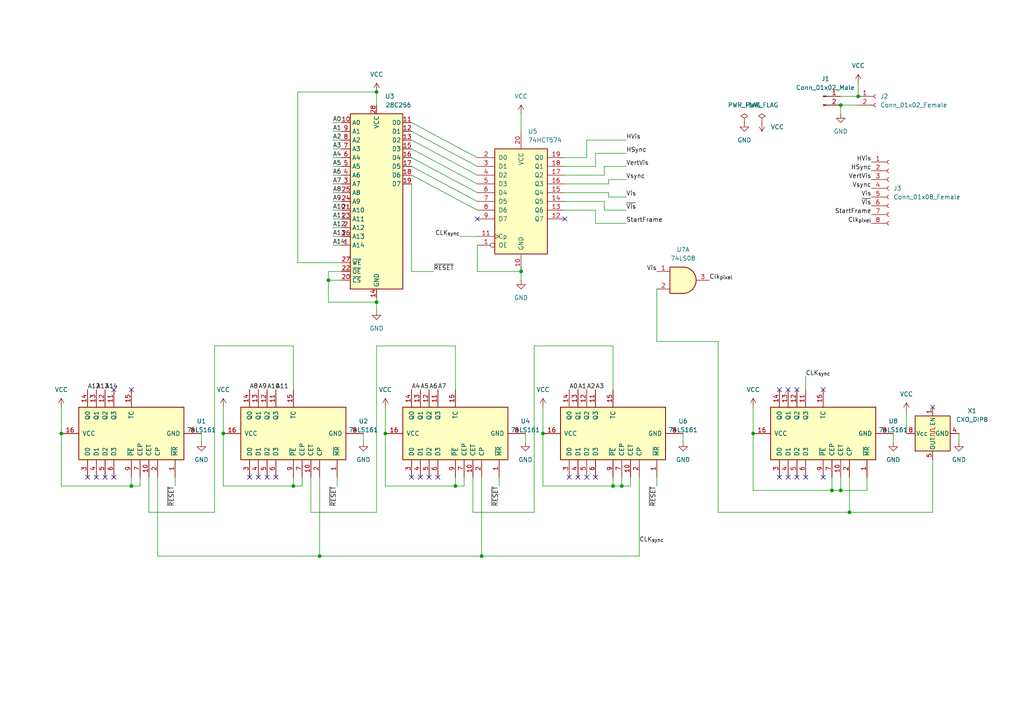
<source format=kicad_sch>
(kicad_sch (version 20211123) (generator eeschema)
  (paper "A4")
  (lib_symbols
    (symbol "74xx:74HCT574" (pin_names (offset 1.016))
      (property "Reference" "U" (at -7.62 16.51 0))
      (property "Value" "74HCT574" (at -7.62 -16.51 0))
      (symbol "74HCT574_1_0"
        (pin input inverted (at -12.7 -12.7 0) (length 5.08) (name "OE") (number "1"))
        (pin power_in line (at 0 -20.32 90) (length 5.08) (name "GND") (number "10"))
        (pin input clock (at -12.7 -10.16 0) (length 5.08) (name "Cp") (number "11"))
        (pin tri_state line (at 12.7 -5.08 180) (length 5.08) (name "Q7") (number "12"))
        (pin tri_state line (at 12.7 -2.54 180) (length 5.08) (name "Q6") (number "13"))
        (pin tri_state line (at 12.7 0 180) (length 5.08) (name "Q5") (number "14"))
        (pin tri_state line (at 12.7 2.54 180) (length 5.08) (name "Q4") (number "15"))
        (pin tri_state line (at 12.7 5.08 180) (length 5.08) (name "Q3") (number "16"))
        (pin tri_state line (at 12.7 7.62 180) (length 5.08) (name "Q2") (number "17"))
        (pin tri_state line (at 12.7 10.16 180) (length 5.08) (name "Q1") (number "18"))
        (pin tri_state line (at 12.7 12.7 180) (length 5.08) (name "Q0") (number "19"))
        (pin input line (at -12.7 12.7 0) (length 5.08) (name "D0") (number "2"))
        (pin power_in line (at 0 20.32 270) (length 5.08) (name "VCC") (number "20"))
        (pin input line (at -12.7 10.16 0) (length 5.08) (name "D1") (number "3"))
        (pin input line (at -12.7 7.62 0) (length 5.08) (name "D2") (number "4"))
        (pin input line (at -12.7 5.08 0) (length 5.08) (name "D3") (number "5"))
        (pin input line (at -12.7 2.54 0) (length 5.08) (name "D4") (number "6"))
        (pin input line (at -12.7 0 0) (length 5.08) (name "D5") (number "7"))
        (pin input line (at -12.7 -2.54 0) (length 5.08) (name "D6") (number "8"))
        (pin input line (at -12.7 -5.08 0) (length 5.08) (name "D7") (number "9"))
      )
      (symbol "74HCT574_1_1"
        (rectangle (start -7.62 15.24) (end 7.62 -15.24) (stroke (width 0.254)) (fill (type background)))
      )
    )
    (symbol "74xx:74LS08" (pin_names (offset 1.016))
      (property "Reference" "U" (at 0 1.27 0))
      (property "Value" "74LS08" (at 0 -1.27 0))
      (symbol "74LS08_1_1"
        (arc (start 0 -3.81) (mid 3.81 0) (end 0 3.81) (stroke (width 0.254)) (fill (type background)))
        (polyline (pts (xy 0 3.81) (xy -3.81 3.81) (xy -3.81 -3.81) (xy 0 -3.81)) (stroke (width 0.254)) (fill (type background)))
        (pin input line (at -7.62 2.54 0) (length 3.81) (name "~") (number "1"))
        (pin input line (at -7.62 -2.54 0) (length 3.81) (name "~") (number "2"))
        (pin output line (at 7.62 0 180) (length 3.81) (name "~") (number "3"))
      )
      (symbol "74LS08_1_2"
        (arc (start -3.81 -3.81) (mid -2.589 0) (end -3.81 3.81) (stroke (width 0.254)))
        (arc (start -0.6096 -3.81) (mid 2.1855 -2.584) (end 3.81 0) (stroke (width 0.254)) (fill (type background)))
        (polyline (pts (xy -3.81 -3.81) (xy -0.635 -3.81)) (stroke (width 0.254)) (fill (type background)))
        (polyline (pts (xy -3.81 3.81) (xy -0.635 3.81)) (stroke (width 0.254)) (fill (type background)))
        (polyline (pts (xy -0.635 3.81) (xy -3.81 3.81) (xy -3.81 3.81) (xy -3.556 3.4036) (xy -3.0226 2.2606) (xy -2.6924 1.0414) (xy -2.6162 -0.254) (xy -2.7686 -1.4986) (xy -3.175 -2.7178) (xy -3.81 -3.81) (xy -3.81 -3.81) (xy -0.635 -3.81)) (stroke (width -25.4)) (fill (type background)))
        (arc (start 3.81 0) (mid 2.1928 2.5925) (end -0.6096 3.81) (stroke (width 0.254)) (fill (type background)))
        (pin input inverted (at -7.62 2.54 0) (length 4.318) (name "~") (number "1"))
        (pin input inverted (at -7.62 -2.54 0) (length 4.318) (name "~") (number "2"))
        (pin output inverted (at 7.62 0 180) (length 3.81) (name "~") (number "3"))
      )
      (symbol "74LS08_2_1"
        (arc (start 0 -3.81) (mid 3.81 0) (end 0 3.81) (stroke (width 0.254)) (fill (type background)))
        (polyline (pts (xy 0 3.81) (xy -3.81 3.81) (xy -3.81 -3.81) (xy 0 -3.81)) (stroke (width 0.254)) (fill (type background)))
        (pin input line (at -7.62 2.54 0) (length 3.81) (name "~") (number "4"))
        (pin input line (at -7.62 -2.54 0) (length 3.81) (name "~") (number "5"))
        (pin output line (at 7.62 0 180) (length 3.81) (name "~") (number "6"))
      )
      (symbol "74LS08_2_2"
        (arc (start -3.81 -3.81) (mid -2.589 0) (end -3.81 3.81) (stroke (width 0.254)))
        (arc (start -0.6096 -3.81) (mid 2.1855 -2.584) (end 3.81 0) (stroke (width 0.254)) (fill (type background)))
        (polyline (pts (xy -3.81 -3.81) (xy -0.635 -3.81)) (stroke (width 0.254)) (fill (type background)))
        (polyline (pts (xy -3.81 3.81) (xy -0.635 3.81)) (stroke (width 0.254)) (fill (type background)))
        (polyline (pts (xy -0.635 3.81) (xy -3.81 3.81) (xy -3.81 3.81) (xy -3.556 3.4036) (xy -3.0226 2.2606) (xy -2.6924 1.0414) (xy -2.6162 -0.254) (xy -2.7686 -1.4986) (xy -3.175 -2.7178) (xy -3.81 -3.81) (xy -3.81 -3.81) (xy -0.635 -3.81)) (stroke (width -25.4)) (fill (type background)))
        (arc (start 3.81 0) (mid 2.1928 2.5925) (end -0.6096 3.81) (stroke (width 0.254)) (fill (type background)))
        (pin input inverted (at -7.62 2.54 0) (length 4.318) (name "~") (number "4"))
        (pin input inverted (at -7.62 -2.54 0) (length 4.318) (name "~") (number "5"))
        (pin output inverted (at 7.62 0 180) (length 3.81) (name "~") (number "6"))
      )
      (symbol "74LS08_3_1"
        (arc (start 0 -3.81) (mid 3.81 0) (end 0 3.81) (stroke (width 0.254)) (fill (type background)))
        (polyline (pts (xy 0 3.81) (xy -3.81 3.81) (xy -3.81 -3.81) (xy 0 -3.81)) (stroke (width 0.254)) (fill (type background)))
        (pin input line (at -7.62 -2.54 0) (length 3.81) (name "~") (number "10"))
        (pin output line (at 7.62 0 180) (length 3.81) (name "~") (number "8"))
        (pin input line (at -7.62 2.54 0) (length 3.81) (name "~") (number "9"))
      )
      (symbol "74LS08_3_2"
        (arc (start -3.81 -3.81) (mid -2.589 0) (end -3.81 3.81) (stroke (width 0.254)))
        (arc (start -0.6096 -3.81) (mid 2.1855 -2.584) (end 3.81 0) (stroke (width 0.254)) (fill (type background)))
        (polyline (pts (xy -3.81 -3.81) (xy -0.635 -3.81)) (stroke (width 0.254)) (fill (type background)))
        (polyline (pts (xy -3.81 3.81) (xy -0.635 3.81)) (stroke (width 0.254)) (fill (type background)))
        (polyline (pts (xy -0.635 3.81) (xy -3.81 3.81) (xy -3.81 3.81) (xy -3.556 3.4036) (xy -3.0226 2.2606) (xy -2.6924 1.0414) (xy -2.6162 -0.254) (xy -2.7686 -1.4986) (xy -3.175 -2.7178) (xy -3.81 -3.81) (xy -3.81 -3.81) (xy -0.635 -3.81)) (stroke (width -25.4)) (fill (type background)))
        (arc (start 3.81 0) (mid 2.1928 2.5925) (end -0.6096 3.81) (stroke (width 0.254)) (fill (type background)))
        (pin input inverted (at -7.62 -2.54 0) (length 4.318) (name "~") (number "10"))
        (pin output inverted (at 7.62 0 180) (length 3.81) (name "~") (number "8"))
        (pin input inverted (at -7.62 2.54 0) (length 4.318) (name "~") (number "9"))
      )
      (symbol "74LS08_4_1"
        (arc (start 0 -3.81) (mid 3.81 0) (end 0 3.81) (stroke (width 0.254)) (fill (type background)))
        (polyline (pts (xy 0 3.81) (xy -3.81 3.81) (xy -3.81 -3.81) (xy 0 -3.81)) (stroke (width 0.254)) (fill (type background)))
        (pin output line (at 7.62 0 180) (length 3.81) (name "~") (number "11"))
        (pin input line (at -7.62 2.54 0) (length 3.81) (name "~") (number "12"))
        (pin input line (at -7.62 -2.54 0) (length 3.81) (name "~") (number "13"))
      )
      (symbol "74LS08_4_2"
        (arc (start -3.81 -3.81) (mid -2.589 0) (end -3.81 3.81) (stroke (width 0.254)))
        (arc (start -0.6096 -3.81) (mid 2.1855 -2.584) (end 3.81 0) (stroke (width 0.254)) (fill (type background)))
        (polyline (pts (xy -3.81 -3.81) (xy -0.635 -3.81)) (stroke (width 0.254)) (fill (type background)))
        (polyline (pts (xy -3.81 3.81) (xy -0.635 3.81)) (stroke (width 0.254)) (fill (type background)))
        (polyline (pts (xy -0.635 3.81) (xy -3.81 3.81) (xy -3.81 3.81) (xy -3.556 3.4036) (xy -3.0226 2.2606) (xy -2.6924 1.0414) (xy -2.6162 -0.254) (xy -2.7686 -1.4986) (xy -3.175 -2.7178) (xy -3.81 -3.81) (xy -3.81 -3.81) (xy -0.635 -3.81)) (stroke (width -25.4)) (fill (type background)))
        (arc (start 3.81 0) (mid 2.1928 2.5925) (end -0.6096 3.81) (stroke (width 0.254)) (fill (type background)))
        (pin output inverted (at 7.62 0 180) (length 3.81) (name "~") (number "11"))
        (pin input inverted (at -7.62 2.54 0) (length 4.318) (name "~") (number "12"))
        (pin input inverted (at -7.62 -2.54 0) (length 4.318) (name "~") (number "13"))
      )
      (symbol "74LS08_5_0"
        (pin power_in line (at 0 12.7 270) (length 5.08) (name "VCC") (number "14"))
        (pin power_in line (at 0 -12.7 90) (length 5.08) (name "GND") (number "7"))
      )
      (symbol "74LS08_5_1"
        (rectangle (start -5.08 7.62) (end 5.08 -7.62) (stroke (width 0.254)) (fill (type background)))
      )
    )
    (symbol "74xx:74LS161" (pin_names (offset 1.016))
      (property "Reference" "U" (at -7.62 16.51 0))
      (property "Value" "74LS161" (at -7.62 -16.51 0))
      (symbol "74LS161_1_0"
        (pin input line (at -12.7 -12.7 0) (length 5.08) (name "~{MR}") (number "1"))
        (pin input line (at -12.7 -5.08 0) (length 5.08) (name "CET") (number "10"))
        (pin output line (at 12.7 5.08 180) (length 5.08) (name "Q3") (number "11"))
        (pin output line (at 12.7 7.62 180) (length 5.08) (name "Q2") (number "12"))
        (pin output line (at 12.7 10.16 180) (length 5.08) (name "Q1") (number "13"))
        (pin output line (at 12.7 12.7 180) (length 5.08) (name "Q0") (number "14"))
        (pin output line (at 12.7 0 180) (length 5.08) (name "TC") (number "15"))
        (pin power_in line (at 0 20.32 270) (length 5.08) (name "VCC") (number "16"))
        (pin input line (at -12.7 -7.62 0) (length 5.08) (name "CP") (number "2"))
        (pin input line (at -12.7 12.7 0) (length 5.08) (name "D0") (number "3"))
        (pin input line (at -12.7 10.16 0) (length 5.08) (name "D1") (number "4"))
        (pin input line (at -12.7 7.62 0) (length 5.08) (name "D2") (number "5"))
        (pin input line (at -12.7 5.08 0) (length 5.08) (name "D3") (number "6"))
        (pin input line (at -12.7 -2.54 0) (length 5.08) (name "CEP") (number "7"))
        (pin power_in line (at 0 -20.32 90) (length 5.08) (name "GND") (number "8"))
        (pin input line (at -12.7 0 0) (length 5.08) (name "~{PE}") (number "9"))
      )
      (symbol "74LS161_1_1"
        (rectangle (start -7.62 15.24) (end 7.62 -15.24) (stroke (width 0.254)) (fill (type background)))
      )
    )
    (symbol "Connector:Conn_01x02_Female" (pin_names (offset 1.016) hide)
      (property "Reference" "J" (at 0 2.54 0))
      (property "Value" "Conn_01x02_Female" (at 0 -5.08 0))
      (symbol "Conn_01x02_Female_1_1"
        (arc (start 0 -2.032) (mid -0.508 -2.54) (end 0 -3.048) (stroke (width 0.1524)))
        (polyline (pts (xy -1.27 -2.54) (xy -0.508 -2.54)) (stroke (width 0.1524)))
        (polyline (pts (xy -1.27 0) (xy -0.508 0)) (stroke (width 0.1524)))
        (arc (start 0 0.508) (mid -0.508 0) (end 0 -0.508) (stroke (width 0.1524)))
        (pin passive line (at -5.08 0 0) (length 3.81) (name "Pin_1") (number "1"))
        (pin passive line (at -5.08 -2.54 0) (length 3.81) (name "Pin_2") (number "2"))
      )
    )
    (symbol "Connector:Conn_01x02_Male" (pin_names (offset 1.016) hide)
      (property "Reference" "J" (at 0 2.54 0))
      (property "Value" "Conn_01x02_Male" (at 0 -5.08 0))
      (symbol "Conn_01x02_Male_1_1"
        (polyline (pts (xy 1.27 -2.54) (xy 0.8636 -2.54)) (stroke (width 0.1524)))
        (polyline (pts (xy 1.27 0) (xy 0.8636 0)) (stroke (width 0.1524)))
        (rectangle (start 0.8636 -2.413) (end 0 -2.667) (stroke (width 0.1524)) (fill (type outline)))
        (rectangle (start 0.8636 0.127) (end 0 -0.127) (stroke (width 0.1524)) (fill (type outline)))
        (pin passive line (at 5.08 0 180) (length 3.81) (name "Pin_1") (number "1"))
        (pin passive line (at 5.08 -2.54 180) (length 3.81) (name "Pin_2") (number "2"))
      )
    )
    (symbol "Connector:Conn_01x08_Female" (pin_names (offset 1.016) hide)
      (property "Reference" "J" (at 0 10.16 0))
      (property "Value" "Conn_01x08_Female" (at 0 -12.7 0))
      (symbol "Conn_01x08_Female_1_1"
        (arc (start 0 -9.652) (mid -0.508 -10.16) (end 0 -10.668) (stroke (width 0.1524)))
        (arc (start 0 -7.112) (mid -0.508 -7.62) (end 0 -8.128) (stroke (width 0.1524)))
        (arc (start 0 -4.572) (mid -0.508 -5.08) (end 0 -5.588) (stroke (width 0.1524)))
        (arc (start 0 -2.032) (mid -0.508 -2.54) (end 0 -3.048) (stroke (width 0.1524)))
        (polyline (pts (xy -1.27 -10.16) (xy -0.508 -10.16)) (stroke (width 0.1524)))
        (polyline (pts (xy -1.27 -7.62) (xy -0.508 -7.62)) (stroke (width 0.1524)))
        (polyline (pts (xy -1.27 -5.08) (xy -0.508 -5.08)) (stroke (width 0.1524)))
        (polyline (pts (xy -1.27 -2.54) (xy -0.508 -2.54)) (stroke (width 0.1524)))
        (polyline (pts (xy -1.27 0) (xy -0.508 0)) (stroke (width 0.1524)))
        (polyline (pts (xy -1.27 2.54) (xy -0.508 2.54)) (stroke (width 0.1524)))
        (polyline (pts (xy -1.27 5.08) (xy -0.508 5.08)) (stroke (width 0.1524)))
        (polyline (pts (xy -1.27 7.62) (xy -0.508 7.62)) (stroke (width 0.1524)))
        (arc (start 0 0.508) (mid -0.508 0) (end 0 -0.508) (stroke (width 0.1524)))
        (arc (start 0 3.048) (mid -0.508 2.54) (end 0 2.032) (stroke (width 0.1524)))
        (arc (start 0 5.588) (mid -0.508 5.08) (end 0 4.572) (stroke (width 0.1524)))
        (arc (start 0 8.128) (mid -0.508 7.62) (end 0 7.112) (stroke (width 0.1524)))
        (pin passive line (at -5.08 7.62 0) (length 3.81) (name "Pin_1") (number "1"))
        (pin passive line (at -5.08 5.08 0) (length 3.81) (name "Pin_2") (number "2"))
        (pin passive line (at -5.08 2.54 0) (length 3.81) (name "Pin_3") (number "3"))
        (pin passive line (at -5.08 0 0) (length 3.81) (name "Pin_4") (number "4"))
        (pin passive line (at -5.08 -2.54 0) (length 3.81) (name "Pin_5") (number "5"))
        (pin passive line (at -5.08 -5.08 0) (length 3.81) (name "Pin_6") (number "6"))
        (pin passive line (at -5.08 -7.62 0) (length 3.81) (name "Pin_7") (number "7"))
        (pin passive line (at -5.08 -10.16 0) (length 3.81) (name "Pin_8") (number "8"))
      )
    )
    (symbol "Memory_EEPROM:28C256"
      (property "Reference" "U" (at -7.62 26.67 0))
      (property "Value" "28C256" (at 2.54 -26.67 0))
      (symbol "28C256_1_1"
        (rectangle (start -7.62 25.4) (end 7.62 -25.4) (stroke (width 0.254)) (fill (type background)))
        (pin input line (at -10.16 -12.7 0) (length 2.54) (name "A14") (number "1"))
        (pin input line (at -10.16 22.86 0) (length 2.54) (name "A0") (number "10"))
        (pin tri_state line (at 10.16 22.86 180) (length 2.54) (name "D0") (number "11"))
        (pin tri_state line (at 10.16 20.32 180) (length 2.54) (name "D1") (number "12"))
        (pin tri_state line (at 10.16 17.78 180) (length 2.54) (name "D2") (number "13"))
        (pin power_in line (at 0 -27.94 90) (length 2.54) (name "GND") (number "14"))
        (pin tri_state line (at 10.16 15.24 180) (length 2.54) (name "D3") (number "15"))
        (pin tri_state line (at 10.16 12.7 180) (length 2.54) (name "D4") (number "16"))
        (pin tri_state line (at 10.16 10.16 180) (length 2.54) (name "D5") (number "17"))
        (pin tri_state line (at 10.16 7.62 180) (length 2.54) (name "D6") (number "18"))
        (pin tri_state line (at 10.16 5.08 180) (length 2.54) (name "D7") (number "19"))
        (pin input line (at -10.16 -7.62 0) (length 2.54) (name "A12") (number "2"))
        (pin input line (at -10.16 -22.86 0) (length 2.54) (name "~{CS}") (number "20"))
        (pin input line (at -10.16 -2.54 0) (length 2.54) (name "A10") (number "21"))
        (pin input line (at -10.16 -20.32 0) (length 2.54) (name "~{OE}") (number "22"))
        (pin input line (at -10.16 -5.08 0) (length 2.54) (name "A11") (number "23"))
        (pin input line (at -10.16 0 0) (length 2.54) (name "A9") (number "24"))
        (pin input line (at -10.16 2.54 0) (length 2.54) (name "A8") (number "25"))
        (pin input line (at -10.16 -10.16 0) (length 2.54) (name "A13") (number "26"))
        (pin input line (at -10.16 -17.78 0) (length 2.54) (name "~{WE}") (number "27"))
        (pin power_in line (at 0 27.94 270) (length 2.54) (name "VCC") (number "28"))
        (pin input line (at -10.16 5.08 0) (length 2.54) (name "A7") (number "3"))
        (pin input line (at -10.16 7.62 0) (length 2.54) (name "A6") (number "4"))
        (pin input line (at -10.16 10.16 0) (length 2.54) (name "A5") (number "5"))
        (pin input line (at -10.16 12.7 0) (length 2.54) (name "A4") (number "6"))
        (pin input line (at -10.16 15.24 0) (length 2.54) (name "A3") (number "7"))
        (pin input line (at -10.16 17.78 0) (length 2.54) (name "A2") (number "8"))
        (pin input line (at -10.16 20.32 0) (length 2.54) (name "A1") (number "9"))
      )
    )
    (symbol "Oscillator:CXO_DIP8" (pin_names (offset 0.254))
      (property "Reference" "X" (at -5.08 6.35 0))
      (property "Value" "CXO_DIP8" (at 1.27 -6.35 0))
      (symbol "CXO_DIP8_0_1"
        (rectangle (start -5.08 5.08) (end 5.08 -5.08) (stroke (width 0.254)) (fill (type background)))
        (polyline (pts (xy -1.905 -0.635) (xy -1.27 -0.635) (xy -1.27 0.635) (xy -0.635 0.635) (xy -0.635 -0.635) (xy 0 -0.635) (xy 0 0.635) (xy 0.635 0.635) (xy 0.635 -0.635)))
      )
      (symbol "CXO_DIP8_1_1"
        (pin input line (at -7.62 0 0) (length 2.54) (name "EN") (number "1"))
        (pin power_in line (at 0 -7.62 90) (length 2.54) (name "GND") (number "4"))
        (pin output line (at 7.62 0 180) (length 2.54) (name "OUT") (number "5"))
        (pin power_in line (at 0 7.62 270) (length 2.54) (name "Vcc") (number "8"))
      )
    )
    (symbol "power:GND" (power) (pin_names (offset 0))
      (property "Value" "GND" (at 0 -3.81 0))
      (symbol "GND_0_1"
        (polyline (pts (xy 0 0) (xy 0 -1.27) (xy 1.27 -1.27) (xy 0 -2.54) (xy -1.27 -1.27) (xy 0 -1.27)))
      )
      (symbol "GND_1_1"
        (pin power_in line (at 0 0 270) (length 0) hide (name "GND") (number "1"))
      )
    )
    (symbol "power:PWR_FLAG" (power) (pin_numbers hide) (pin_names (offset 0) hide)
      (property "Value" "PWR_FLAG" (at 0 3.81 0))
      (symbol "PWR_FLAG_0_0"
        (pin power_out line (at 0 0 90) (length 0) (name "pwr") (number "1"))
      )
      (symbol "PWR_FLAG_0_1"
        (polyline (pts (xy 0 0) (xy 0 1.27) (xy -1.016 1.905) (xy 0 2.54) (xy 1.016 1.905) (xy 0 1.27)))
      )
    )
    (symbol "power:VCC" (power) (pin_names (offset 0))
      (property "Value" "VCC" (at 0 3.81 0))
      (symbol "VCC_0_1"
        (polyline (pts (xy -0.762 1.27) (xy 0 2.54)))
        (polyline (pts (xy 0 0) (xy 0 2.54)))
        (polyline (pts (xy 0 2.54) (xy 0.762 1.27)))
      )
      (symbol "VCC_1_1"
        (pin power_in line (at 0 0 90) (length 0) hide (name "VCC") (number "1"))
      )
    )
  )
  (junction (at 248.92 27.94))
  (junction (at 85.09 140.97))
  (junction (at 218.44 125.73))
  (junction (at 241.3 142.24))
  (junction (at 246.38 148.59))
  (junction (at 243.84 142.24))
  (junction (at 180.34 140.97))
  (junction (at 64.77 125.73))
  (junction (at 151.13 78.74))
  (junction (at 92.71 161.29))
  (junction (at 109.22 87.63))
  (junction (at 132.08 140.97))
  (junction (at 38.1 140.97))
  (junction (at 95.25 81.28))
  (junction (at 111.76 125.73))
  (junction (at 17.78 125.73))
  (junction (at 177.8 140.97))
  (junction (at 109.22 26.67))
  (junction (at 243.84 30.48))
  (junction (at 157.48 125.73))
  (junction (at 139.7 161.29))
  (no_connect (at 77.47 138.43))
  (no_connect (at 172.72 138.43))
  (no_connect (at 233.68 138.43))
  (no_connect (at 25.4 138.43))
  (no_connect (at 80.01 138.43))
  (no_connect (at 238.76 138.43))
  (no_connect (at 231.14 113.03))
  (no_connect (at 165.1 138.43))
  (no_connect (at 33.02 113.03))
  (no_connect (at 270.51 118.11))
  (no_connect (at 119.38 138.43))
  (no_connect (at 228.6 113.03))
  (no_connect (at 38.1 113.03))
  (no_connect (at 231.14 138.43))
  (no_connect (at 72.39 138.43))
  (no_connect (at 27.94 138.43))
  (no_connect (at 167.64 138.43))
  (no_connect (at 226.06 113.03))
  (no_connect (at 138.43 63.5))
  (no_connect (at 74.93 138.43))
  (no_connect (at 226.06 138.43))
  (no_connect (at 124.46 138.43))
  (no_connect (at 238.76 113.03))
  (no_connect (at 163.83 63.5))
  (no_connect (at 30.48 138.43))
  (no_connect (at 121.92 138.43))
  (no_connect (at 33.02 138.43))
  (no_connect (at 170.18 138.43))
  (no_connect (at 228.6 138.43))
  (no_connect (at 127 138.43))
  (wire (pts (xy 97.79 138.43) (xy 97.79 140.97)))
  (wire (pts (xy 243.84 142.24) (xy 251.46 142.24)))
  (wire (pts (xy 163.83 45.72) (xy 170.18 45.72)))
  (wire (pts (xy 90.17 148.59) (xy 90.17 138.43)))
  (wire (pts (xy 99.06 78.74) (xy 95.25 78.74)))
  (wire (pts (xy 208.28 99.06) (xy 190.5 99.06)))
  (wire (pts (xy 190.5 138.43) (xy 190.5 140.97)))
  (wire (pts (xy 96.52 35.56) (xy 99.06 35.56)))
  (wire (pts (xy 87.63 140.97) (xy 87.63 138.43)))
  (wire (pts (xy 137.16 148.59) (xy 137.16 138.43)))
  (wire (pts (xy 248.92 24.13) (xy 248.92 27.94)))
  (wire (pts (xy 99.06 76.2) (xy 86.36 76.2)))
  (wire (pts (xy 109.22 86.36) (xy 109.22 87.63)))
  (wire (pts (xy 163.83 60.96) (xy 172.72 60.96)))
  (wire (pts (xy 17.78 140.97) (xy 38.1 140.97)))
  (wire (pts (xy 163.83 53.34) (xy 176.53 53.34)))
  (wire (pts (xy 105.41 125.73) (xy 105.41 128.27)))
  (wire (pts (xy 262.89 119.38) (xy 262.89 125.73)))
  (wire (pts (xy 163.83 58.42) (xy 175.26 58.42)))
  (wire (pts (xy 132.08 100.33) (xy 109.22 100.33)))
  (wire (pts (xy 96.52 48.26) (xy 99.06 48.26)))
  (wire (pts (xy 85.09 113.03) (xy 85.09 100.33)))
  (wire (pts (xy 119.38 45.72) (xy 138.43 55.88)))
  (wire (pts (xy 151.13 78.74) (xy 151.13 81.28)))
  (wire (pts (xy 138.43 71.12) (xy 138.43 78.74)))
  (wire (pts (xy 177.8 113.03) (xy 177.8 100.33)))
  (wire (pts (xy 96.52 60.96) (xy 99.06 60.96)))
  (wire (pts (xy 175.26 60.96) (xy 181.61 60.96)))
  (wire (pts (xy 62.23 100.33) (xy 62.23 148.59)))
  (wire (pts (xy 64.77 140.97) (xy 85.09 140.97)))
  (wire (pts (xy 251.46 142.24) (xy 251.46 138.43)))
  (wire (pts (xy 17.78 125.73) (xy 17.78 140.97)))
  (wire (pts (xy 278.13 125.73) (xy 278.13 128.27)))
  (wire (pts (xy 163.83 50.8) (xy 175.26 50.8)))
  (wire (pts (xy 86.36 26.67) (xy 109.22 26.67)))
  (wire (pts (xy 50.8 138.43) (xy 50.8 140.97)))
  (wire (pts (xy 177.8 138.43) (xy 177.8 140.97)))
  (wire (pts (xy 175.26 48.26) (xy 181.61 48.26)))
  (wire (pts (xy 157.48 140.97) (xy 177.8 140.97)))
  (wire (pts (xy 133.35 68.58) (xy 138.43 68.58)))
  (wire (pts (xy 170.18 45.72) (xy 170.18 40.64)))
  (wire (pts (xy 180.34 140.97) (xy 182.88 140.97)))
  (wire (pts (xy 176.53 57.15) (xy 181.61 57.15)))
  (wire (pts (xy 95.25 81.28) (xy 99.06 81.28)))
  (wire (pts (xy 86.36 76.2) (xy 86.36 26.67)))
  (wire (pts (xy 96.52 53.34) (xy 99.06 53.34)))
  (wire (pts (xy 64.77 125.73) (xy 64.77 140.97)))
  (wire (pts (xy 241.3 142.24) (xy 243.84 142.24)))
  (wire (pts (xy 96.52 40.64) (xy 99.06 40.64)))
  (wire (pts (xy 139.7 138.43) (xy 139.7 161.29)))
  (wire (pts (xy 218.44 142.24) (xy 241.3 142.24)))
  (wire (pts (xy 64.77 118.11) (xy 64.77 125.73)))
  (wire (pts (xy 139.7 161.29) (xy 92.71 161.29)))
  (wire (pts (xy 119.38 40.64) (xy 138.43 50.8)))
  (wire (pts (xy 157.48 125.73) (xy 157.48 140.97)))
  (wire (pts (xy 40.64 140.97) (xy 40.64 138.43)))
  (wire (pts (xy 182.88 138.43) (xy 182.88 140.97)))
  (wire (pts (xy 138.43 78.74) (xy 151.13 78.74)))
  (wire (pts (xy 175.26 58.42) (xy 175.26 60.96)))
  (wire (pts (xy 185.42 161.29) (xy 139.7 161.29)))
  (wire (pts (xy 233.68 109.22) (xy 233.68 113.03)))
  (wire (pts (xy 96.52 55.88) (xy 99.06 55.88)))
  (wire (pts (xy 119.38 43.18) (xy 138.43 53.34)))
  (wire (pts (xy 208.28 148.59) (xy 208.28 99.06)))
  (wire (pts (xy 246.38 148.59) (xy 246.38 138.43)))
  (wire (pts (xy 144.78 138.43) (xy 144.78 140.97)))
  (wire (pts (xy 243.84 30.48) (xy 248.92 30.48)))
  (wire (pts (xy 151.13 33.02) (xy 151.13 38.1)))
  (wire (pts (xy 58.42 125.73) (xy 58.42 128.27)))
  (wire (pts (xy 96.52 50.8) (xy 99.06 50.8)))
  (wire (pts (xy 111.76 140.97) (xy 132.08 140.97)))
  (wire (pts (xy 270.51 133.35) (xy 270.51 148.59)))
  (wire (pts (xy 92.71 138.43) (xy 92.71 161.29)))
  (wire (pts (xy 38.1 138.43) (xy 38.1 140.97)))
  (wire (pts (xy 170.18 40.64) (xy 181.61 40.64)))
  (wire (pts (xy 243.84 138.43) (xy 243.84 142.24)))
  (wire (pts (xy 119.38 38.1) (xy 138.43 48.26)))
  (wire (pts (xy 119.38 50.8) (xy 138.43 60.96)))
  (wire (pts (xy 62.23 148.59) (xy 43.18 148.59)))
  (wire (pts (xy 218.44 118.11) (xy 218.44 125.73)))
  (wire (pts (xy 109.22 26.67) (xy 109.22 30.48)))
  (wire (pts (xy 119.38 53.34) (xy 119.38 78.74)))
  (wire (pts (xy 154.94 100.33) (xy 154.94 148.59)))
  (wire (pts (xy 243.84 30.48) (xy 243.84 33.02)))
  (wire (pts (xy 198.12 125.73) (xy 198.12 128.27)))
  (wire (pts (xy 95.25 81.28) (xy 95.25 87.63)))
  (wire (pts (xy 96.52 71.12) (xy 99.06 71.12)))
  (wire (pts (xy 172.72 48.26) (xy 172.72 44.45)))
  (wire (pts (xy 190.5 99.06) (xy 190.5 83.82)))
  (wire (pts (xy 45.72 161.29) (xy 45.72 138.43)))
  (wire (pts (xy 176.53 55.88) (xy 176.53 57.15)))
  (wire (pts (xy 177.8 100.33) (xy 154.94 100.33)))
  (wire (pts (xy 111.76 118.11) (xy 111.76 125.73)))
  (wire (pts (xy 92.71 161.29) (xy 45.72 161.29)))
  (wire (pts (xy 172.72 60.96) (xy 172.72 64.77)))
  (wire (pts (xy 96.52 38.1) (xy 99.06 38.1)))
  (wire (pts (xy 151.13 77.47) (xy 151.13 78.74)))
  (wire (pts (xy 246.38 148.59) (xy 208.28 148.59)))
  (wire (pts (xy 85.09 100.33) (xy 62.23 100.33)))
  (wire (pts (xy 259.08 125.73) (xy 259.08 128.27)))
  (wire (pts (xy 218.44 125.73) (xy 218.44 142.24)))
  (wire (pts (xy 243.84 27.94) (xy 248.92 27.94)))
  (wire (pts (xy 111.76 125.73) (xy 111.76 140.97)))
  (wire (pts (xy 95.25 87.63) (xy 109.22 87.63)))
  (wire (pts (xy 175.26 50.8) (xy 175.26 48.26)))
  (wire (pts (xy 119.38 48.26) (xy 138.43 58.42)))
  (wire (pts (xy 176.53 52.07) (xy 181.61 52.07)))
  (wire (pts (xy 185.42 138.43) (xy 185.42 161.29)))
  (wire (pts (xy 177.8 140.97) (xy 180.34 140.97)))
  (wire (pts (xy 85.09 138.43) (xy 85.09 140.97)))
  (wire (pts (xy 85.09 140.97) (xy 87.63 140.97)))
  (wire (pts (xy 96.52 68.58) (xy 99.06 68.58)))
  (wire (pts (xy 119.38 78.74) (xy 125.73 78.74)))
  (wire (pts (xy 96.52 43.18) (xy 99.06 43.18)))
  (wire (pts (xy 96.52 63.5) (xy 99.06 63.5)))
  (wire (pts (xy 96.52 66.04) (xy 99.06 66.04)))
  (wire (pts (xy 109.22 148.59) (xy 90.17 148.59)))
  (wire (pts (xy 172.72 44.45) (xy 181.61 44.45)))
  (wire (pts (xy 119.38 35.56) (xy 138.43 45.72)))
  (wire (pts (xy 134.62 140.97) (xy 134.62 138.43)))
  (wire (pts (xy 96.52 45.72) (xy 99.06 45.72)))
  (wire (pts (xy 132.08 113.03) (xy 132.08 100.33)))
  (wire (pts (xy 17.78 118.11) (xy 17.78 125.73)))
  (wire (pts (xy 132.08 138.43) (xy 132.08 140.97)))
  (wire (pts (xy 109.22 100.33) (xy 109.22 148.59)))
  (wire (pts (xy 95.25 78.74) (xy 95.25 81.28)))
  (wire (pts (xy 43.18 148.59) (xy 43.18 138.43)))
  (wire (pts (xy 163.83 48.26) (xy 172.72 48.26)))
  (wire (pts (xy 180.34 140.97) (xy 180.34 138.43)))
  (wire (pts (xy 132.08 140.97) (xy 134.62 140.97)))
  (wire (pts (xy 152.4 125.73) (xy 152.4 128.27)))
  (wire (pts (xy 96.52 58.42) (xy 99.06 58.42)))
  (wire (pts (xy 157.48 118.11) (xy 157.48 125.73)))
  (wire (pts (xy 38.1 140.97) (xy 40.64 140.97)))
  (wire (pts (xy 176.53 53.34) (xy 176.53 52.07)))
  (wire (pts (xy 270.51 148.59) (xy 246.38 148.59)))
  (wire (pts (xy 172.72 64.77) (xy 181.61 64.77)))
  (wire (pts (xy 241.3 138.43) (xy 241.3 142.24)))
  (wire (pts (xy 109.22 87.63) (xy 109.22 90.17)))
  (wire (pts (xy 163.83 55.88) (xy 176.53 55.88)))
  (wire (pts (xy 154.94 148.59) (xy 137.16 148.59)))
  (label "A0" (at 165.1 113.03 0))
  (label "A1" (at 167.64 113.03 0))
  (label "~{Vis}" (at 252.73 59.69 180))
  (label "A6" (at 124.46 113.03 0))
  (label "StartFrame" (at 252.73 62.23 180))
  (label "~{RESET}" (at 50.8 140.97 270))
  (label "VertVis" (at 181.61 48.26 0))
  (label "A7" (at 96.52 53.34 0))
  (label "Vis" (at 190.5 78.74 180))
  (label "A13" (at 27.94 113.03 0))
  (label "Clk_{pixel}" (at 205.74 81.28 0))
  (label "~{RESET}" (at 97.79 140.97 270))
  (label "Vis" (at 181.61 57.15 0))
  (label "A11" (at 80.01 113.03 0))
  (label "A13" (at 96.52 68.58 0))
  (label "HSync" (at 252.73 49.53 180))
  (label "CLK_{sync}" (at 185.42 157.48 0))
  (label "A14" (at 96.52 71.12 0))
  (label "HVis" (at 181.61 40.64 0))
  (label "~{RESET}" (at 190.5 140.97 270))
  (label "A5" (at 96.52 48.26 0))
  (label "Vis" (at 252.73 57.15 180))
  (label "VertVis" (at 252.73 52.07 180))
  (label "A12" (at 25.4 113.03 0))
  (label "Clk_{pixel}" (at 252.73 64.77 180))
  (label "A8" (at 96.52 55.88 0))
  (label "A8" (at 72.39 113.03 0))
  (label "~{RESET}" (at 144.78 140.97 270))
  (label "Vsync" (at 181.61 52.07 0))
  (label "A11" (at 96.52 63.5 0))
  (label "CLK_{sync}" (at 133.35 68.58 180))
  (label "A9" (at 74.93 113.03 0))
  (label "CLK_{sync}" (at 233.68 109.22 0))
  (label "HSync" (at 181.61 44.45 0))
  (label "A12" (at 96.52 66.04 0))
  (label "StartFrame" (at 181.61 64.77 0))
  (label "A5" (at 121.92 113.03 0))
  (label "A1" (at 96.52 38.1 0))
  (label "A10" (at 77.47 113.03 0))
  (label "A4" (at 96.52 45.72 0))
  (label "A10" (at 96.52 60.96 0))
  (label "A6" (at 96.52 50.8 0))
  (label "A3" (at 172.72 113.03 0))
  (label "HVis" (at 252.73 46.99 180))
  (label "A3" (at 96.52 43.18 0))
  (label "A14" (at 30.48 113.03 0))
  (label "A2" (at 170.18 113.03 0))
  (label "Vsync" (at 252.73 54.61 180))
  (label "A9" (at 96.52 58.42 0))
  (label "~{Vis}" (at 181.61 60.96 0))
  (label "A0" (at 96.52 35.56 0))
  (label "A2" (at 96.52 40.64 0))
  (label "A4" (at 119.38 113.03 0))
  (label "A7" (at 127 113.03 0))
  (label "~{RESET}" (at 125.73 78.74 0))
  (symbol (lib_id "power:VCC") (at 109.22 26.67 0) (unit 1)
    (property "Reference" "#PWR05" (effects hide))
    (property "Value" "VCC" (at 109.22 21.59 0))
  )
  (symbol (lib_id "power:PWR_FLAG") (at 215.9 35.56 0) (unit 1)
    (property "Reference" "#FLG01" (effects hide))
    (property "Value" "PWR_FLAG" (at 215.9 30.48 0))
  )
  (symbol (lib_id "Oscillator:CXO_DIP8") (at 270.51 125.73 90) (mirror x) (unit 1)
    (property "Reference" "X1" (at 281.94 119.1512 90))
    (property "Value" "CXO_DIP8" (at 281.94 121.6912 90))
    (property "Footprint" "Oscillator:Oscillator_DIP-8" (effects hide))
    (property "Datasheet" "http://cdn-reichelt.de/documents/datenblatt/B400/OSZI.pdf" (effects hide))
  )
  (symbol (lib_id "74xx:74LS161") (at 38.1 125.73 90) (unit 1)
    (property "Reference" "U1" (at 58.42 122.1486 90))
    (property "Value" "74LS161" (at 58.42 124.6886 90))
    (property "Footprint" "Package_SO:SOIC-16_3.9x9.9mm_P1.27mm" (effects hide))
    (property "Datasheet" "http://www.ti.com/lit/gpn/sn74LS161" (effects hide))
  )
  (symbol (lib_id "power:GND") (at 278.13 128.27 0) (unit 1)
    (property "Reference" "#PWR020" (effects hide))
    (property "Value" "GND" (at 278.13 133.35 0))
  )
  (symbol (lib_id "power:VCC") (at 220.98 35.56 180) (unit 1)
    (property "Reference" "#PWR015" (effects hide))
    (property "Value" "VCC" (at 223.52 36.8299 0) (effects (justify right)))
  )
  (symbol (lib_id "power:GND") (at 259.08 128.27 0) (unit 1)
    (property "Reference" "#PWR018" (effects hide))
    (property "Value" "GND" (at 259.08 133.35 0))
  )
  (symbol (lib_id "power:GND") (at 105.41 128.27 0) (unit 1)
    (property "Reference" "#PWR04" (effects hide))
    (property "Value" "GND" (at 105.41 133.35 0))
  )
  (symbol (lib_id "power:GND") (at 215.9 35.56 0) (unit 1)
    (property "Reference" "#PWR013" (effects hide))
    (property "Value" "GND" (at 215.9 40.64 0))
  )
  (symbol (lib_id "power:VCC") (at 157.48 118.11 0) (unit 1)
    (property "Reference" "#PWR011" (effects hide))
    (property "Value" "VCC" (at 157.48 113.03 0))
  )
  (symbol (lib_id "power:VCC") (at 151.13 33.02 0) (unit 1)
    (property "Reference" "#PWR08" (effects hide))
    (property "Value" "VCC" (at 151.13 27.94 0))
  )
  (symbol (lib_id "74xx:74LS161") (at 132.08 125.73 90) (unit 1)
    (property "Reference" "U4" (at 152.4 122.1486 90))
    (property "Value" "74LS161" (at 152.4 124.6886 90))
    (property "Footprint" "Package_SO:SOIC-16_3.9x9.9mm_P1.27mm" (effects hide))
    (property "Datasheet" "http://www.ti.com/lit/gpn/sn74LS161" (effects hide))
  )
  (symbol (lib_id "Connector:Conn_01x02_Female") (at 254 27.94 0) (unit 1)
    (property "Reference" "J2" (at 255.27 27.9399 0) (effects (justify left)))
    (property "Value" "Conn_01x02_Female" (at 255.27 30.4799 0) (effects (justify left)))
    (property "Footprint" "Connector_PinSocket_2.54mm:PinSocket_1x02_P2.54mm_Vertical" (effects hide))
  )
  (symbol (lib_id "power:GND") (at 243.84 33.02 0) (unit 1)
    (property "Reference" "#PWR016" (effects hide))
    (property "Value" "GND" (at 243.84 38.1 0))
  )
  (symbol (lib_id "74xx:74LS161") (at 238.76 125.73 90) (unit 1)
    (property "Reference" "U8" (at 259.08 122.1486 90))
    (property "Value" "74LS161" (at 259.08 124.6886 90))
    (property "Footprint" "Package_SO:SOIC-16_3.9x9.9mm_P1.27mm" (effects hide))
    (property "Datasheet" "http://www.ti.com/lit/gpn/sn74LS161" (effects hide))
  )
  (symbol (lib_id "74xx:74LS161") (at 85.09 125.73 90) (unit 1)
    (property "Reference" "U2" (at 105.41 122.1486 90))
    (property "Value" "74LS161" (at 105.41 124.6886 90))
    (property "Footprint" "Package_SO:SOIC-16_3.9x9.9mm_P1.27mm" (effects hide))
    (property "Datasheet" "http://www.ti.com/lit/gpn/sn74LS161" (effects hide))
  )
  (symbol (lib_id "power:GND") (at 198.12 128.27 0) (unit 1)
    (property "Reference" "#PWR012" (effects hide))
    (property "Value" "GND" (at 198.12 133.35 0))
  )
  (symbol (lib_id "power:GND") (at 58.42 128.27 0) (unit 1)
    (property "Reference" "#PWR02" (effects hide))
    (property "Value" "GND" (at 58.42 133.35 0))
  )
  (symbol (lib_id "power:GND") (at 109.22 90.17 0) (unit 1)
    (property "Reference" "#PWR06" (effects hide))
    (property "Value" "GND" (at 109.22 95.25 0))
  )
  (symbol (lib_id "Memory_EEPROM:28C256") (at 109.22 58.42 0) (unit 1)
    (property "Reference" "U3" (at 113.03 27.94 0))
    (property "Value" "28C256" (at 115.57 30.48 0))
    (property "Footprint" "Package_DIP:DIP-28_W15.24mm_Socket" (effects hide))
    (property "Datasheet" "http://ww1.microchip.com/downloads/en/DeviceDoc/doc0006.pdf" (effects hide))
  )
  (symbol (lib_id "power:VCC") (at 248.92 24.13 0) (unit 1)
    (property "Reference" "#PWR017" (effects hide))
    (property "Value" "VCC" (at 248.92 19.05 0))
  )
  (symbol (lib_id "74xx:74LS08") (at 198.12 81.28 0) (unit 1)
    (property "Reference" "U7" (at 198.12 72.39 0))
    (property "Value" "74LS08" (at 198.12 74.93 0))
    (property "Footprint" "Package_SO:TSSOP-14_4.4x5mm_P0.65mm" (effects hide))
    (property "Datasheet" "http://www.ti.com/lit/gpn/sn74LS08" (effects hide))
  )
  (symbol (lib_id "power:PWR_FLAG") (at 220.98 35.56 0) (unit 1)
    (property "Reference" "#FLG02" (effects hide))
    (property "Value" "PWR_FLAG" (at 220.98 30.48 0))
  )
  (symbol (lib_id "power:VCC") (at 218.44 118.11 0) (unit 1)
    (property "Reference" "#PWR014" (effects hide))
    (property "Value" "VCC" (at 218.44 113.03 0))
  )
  (symbol (lib_id "power:VCC") (at 17.78 118.11 0) (unit 1)
    (property "Reference" "#PWR01" (effects hide))
    (property "Value" "VCC" (at 17.78 113.03 0))
  )
  (symbol (lib_id "power:VCC") (at 262.89 119.38 0) (unit 1)
    (property "Reference" "#PWR019" (effects hide))
    (property "Value" "VCC" (at 262.89 114.3 0))
  )
  (symbol (lib_id "power:GND") (at 151.13 81.28 0) (unit 1)
    (property "Reference" "#PWR09" (effects hide))
    (property "Value" "GND" (at 151.13 86.36 0))
  )
  (symbol (lib_id "74xx:74HCT574") (at 151.13 58.42 0) (unit 1)
    (property "Reference" "U5" (at 153.1494 38.1 0) (effects (justify left)))
    (property "Value" "74HCT574" (at 153.1494 40.64 0) (effects (justify left)))
    (property "Footprint" "Package_SO:TSSOP-20_4.4x6.5mm_P0.65mm" (effects hide))
    (property "Datasheet" "http://www.ti.com/lit/gpn/sn74HCT574" (effects hide))
  )
  (symbol (lib_id "power:VCC") (at 111.76 118.11 0) (unit 1)
    (property "Reference" "#PWR07" (effects hide))
    (property "Value" "VCC" (at 111.76 113.03 0))
  )
  (symbol (lib_id "power:GND") (at 152.4 128.27 0) (unit 1)
    (property "Reference" "#PWR010" (effects hide))
    (property "Value" "GND" (at 152.4 133.35 0))
  )
  (symbol (lib_id "power:VCC") (at 64.77 118.11 0) (unit 1)
    (property "Reference" "#PWR03" (effects hide))
    (property "Value" "VCC" (at 64.77 113.03 0))
  )
  (symbol (lib_id "Connector:Conn_01x02_Male") (at 238.76 27.94 0) (unit 1)
    (property "Reference" "J1" (at 239.395 22.86 0))
    (property "Value" "Conn_01x02_Male" (at 239.395 25.4 0))
    (property "Footprint" "Connector_PinHeader_2.54mm:PinHeader_1x02_P2.54mm_Vertical" (effects hide))
  )
  (symbol (lib_id "74xx:74LS161") (at 177.8 125.73 90) (unit 1)
    (property "Reference" "U6" (at 198.12 122.1486 90))
    (property "Value" "74LS161" (at 198.12 124.6886 90))
    (property "Footprint" "Package_SO:SOIC-16_3.9x9.9mm_P1.27mm" (effects hide))
    (property "Datasheet" "http://www.ti.com/lit/gpn/sn74LS161" (effects hide))
  )
  (symbol (lib_id "Connector:Conn_01x08_Female") (at 257.81 54.61 0) (unit 1)
    (property "Reference" "J3" (at 259.08 54.6099 0) (effects (justify left)))
    (property "Value" "Conn_01x08_Female" (at 259.08 57.1499 0) (effects (justify left)))
    (property "Footprint" "Connector_PinSocket_2.54mm:PinSocket_1x08_P2.54mm_Vertical" (effects hide))
  )
)
</source>
